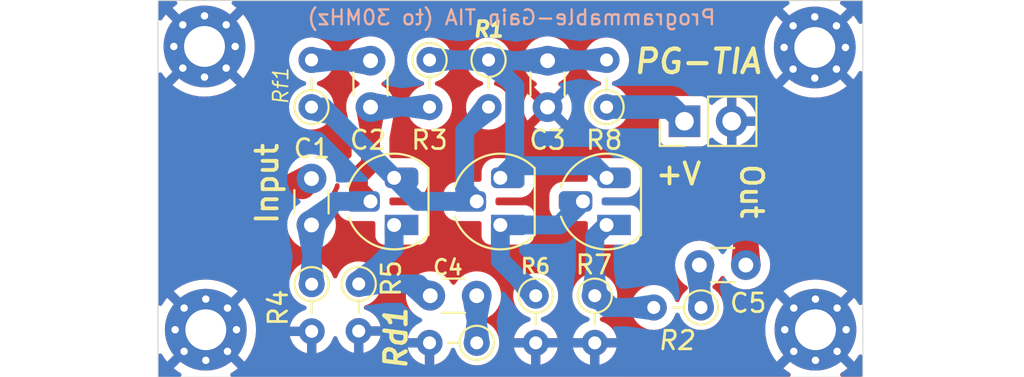
<source format=kicad_pcb>
(kicad_pcb (version 20221018) (generator pcbnew)
  (layers (0 "F.Cu" signal) (31 "B.Cu" signal) (34 "B.Paste" user) (35 "F.Paste" user) (36 "B.SilkS" user "B.Silkscreen") (37 "F.SilkS" user "F.Silkscreen") (38 "B.Mask" user) (39 "F.Mask" user) (44 "Edge.Cuts" user))
  (net 0 "")
  (net 1 "Net-(C2-Pad2)")
  (net 2 "Net-(Q1-B)")
  (net 3 "GND")
  (net 4 "Net-(C4-Pad1)")
  (net 5 "Net-(Q2-C)")
  (net 6 "Net-(C5-Pad2)")
  (net 7 "Net-(Q1-E)")
  (net 8 "Net-(J3-Pin_1)")
  (net 9 "Net-(Q1-C)")
  (net 10 "Net-(Q2-E)")
  (net 11 "Net-(Q3-E)")
  (net 12 "Net-(J1-In)")
  (net 13 "Net-(J2-In)")
  (footprint "footprints:SMA_EDGELAUNCH_Modded" (layer "F.Cu") (at 250.67945 49.818 180)
    (fp_text reference "J2" hide)
    (fp_text value "SMA")
    (pad "1" smd rect (at 2.032 0 270) (size 1.27 4.064) (layers "F.Cu" "F.Mask") (net 13 "Net-(J2-In)"))
    (pad "2" smd rect (at 2.032 -2.54 270) (size 1.524 4.064) (layers "F.Cu" "F.Mask") (net 3 "GND"))
    (pad "2" smd rect (at 2.032 2.54 270) (size 1.524 4.064) (layers "F.Cu" "F.Mask") (net 3 "GND"))
  )
  (footprint "footprints:SMA_EDGELAUNCH_Modded" (layer "F.Cu") (at 214.2 49.818)
    (fp_text reference "J1" hide)
    (fp_text value "Conn_Coaxial")
    (pad "1" smd rect (at 2.032 0 90) (size 1.27 4.064) (layers "F.Cu" "F.Mask") (net 12 "Net-(J1-In)"))
    (pad "2" smd rect (at 2.032 -2.54 90) (size 1.524 4.064) (layers "F.Cu" "F.Mask") (net 3 "GND"))
    (pad "2" smd rect (at 2.032 2.54 90) (size 1.524 4.064) (layers "F.Cu" "F.Mask") (net 3 "GND"))
  )
  (footprint "Package_TO_SOT_THT:TO-92_HandSolder" (layer "F.Cu") (at 231.81 51.85 90)
    (fp_text reference "Q2" hide)
    (fp_text value "2N3904" hide)
    (fp_line (start -0.53 1.85) (end 3.07 1.85) (stroke (width 0.12)) (layer "F.SilkS"))
    (fp_arc (start -0.541875 1.841741) (mid -1.247231 -0.581764) (end 0.45 -2.45) (stroke (width 0.12)) (layer "F.SilkS"))
    (fp_arc (start 2.05 -2.45) (mid 3.769931 -0.601036) (end 3.078445 1.827684) (stroke (width 0.12)) (layer "F.SilkS"))
    (pad "1" thru_hole rect (at 0 0 90) (size 1.1 1.8) (drill 0.75 (offset 0 0.4)) (layers "*.Cu" "*.Mask") (net 10 "Net-(Q2-E)"))
    (pad "2" thru_hole roundrect (at 1.27 -1.27 90) (size 1.1 1.8) (drill 0.75 (offset 0 -0.4)) (layers "*.Cu" "*.Mask") (net 9 "Net-(Q1-C)"))
    (pad "3" thru_hole roundrect (at 2.54 0 90) (size 1.1 1.8) (drill 0.75 (offset 0 0.4)) (layers "*.Cu" "*.Mask") (net 5 "Net-(Q2-C)"))
  )
  (footprint "Resistor_THT:R_Axial_DIN0204_L3.6mm_D1.6mm_P2.54mm_Vertical" (layer "F.Cu") (at 233.715 55.66 -90)
    (fp_text reference "R6" (at -1.58 0.015) (layer "F.SilkS") (effects (font (size 0.8 0.8))))
    (fp_text value "2.2K" hide)
    (fp_line (start 0.92 0) (end 1.54 0) (stroke (width 0.12)) (layer "F.SilkS"))
    (fp_circle (center 0 0) (end 0.92 0) (stroke (width 0.12)) (fill none) (layer "F.SilkS"))
    (pad "1" thru_hole circle (at 0 0 270) (size 1.4 1.4) (drill 0.7) (layers "*.Cu" "*.Mask") (net 10 "Net-(Q2-E)"))
    (pad "2" thru_hole oval (at 2.54 0 270) (size 1.4 1.4) (drill 0.7) (layers "*.Cu" "*.Mask") (net 3 "GND"))
  )
  (footprint "Resistor_THT:R_Axial_DIN0204_L3.6mm_D1.6mm_P2.54mm_Vertical" (layer "F.Cu") (at 236.89 55.66 -90)
    (fp_text reference "R7" (at -1.66 0.05) (layer "F.SilkS"))
    (fp_text value "470" hide)
    (fp_line (start 0.92 0) (end 1.54 0) (stroke (width 0.12)) (layer "F.SilkS"))
    (fp_circle (center 0 0) (end 0.92 0) (stroke (width 0.12)) (fill none) (layer "F.SilkS"))
    (pad "1" thru_hole circle (at 0 0 270) (size 1.4 1.4) (drill 0.7) (layers "*.Cu" "*.Mask") (net 11 "Net-(Q3-E)"))
    (pad "2" thru_hole oval (at 2.54 0 270) (size 1.4 1.4) (drill 0.7) (layers "*.Cu" "*.Mask") (net 3 "GND"))
  )
  (footprint "Capacitor_THT:C_Disc_D3.0mm_W1.6mm_P2.50mm" (layer "F.Cu") (at 224.825 45.5 90)
    (fp_text reference "C2" (at -1.778 -0.127) (layer "F.SilkS"))
    (fp_text value "0.10")
    (fp_line (start 0.621 -0.92) (end 1.879 -0.92) (stroke (width 0.12)) (layer "F.SilkS"))
    (fp_line (start 0.621 0.92) (end 1.879 0.92) (stroke (width 0.12)) (layer "F.SilkS"))
    (pad "1" thru_hole circle (at 0 0 90) (size 1.6 1.6) (drill 0.8) (layers "*.Cu" "*.Mask") (net 2 "Net-(Q1-B)"))
    (pad "2" thru_hole circle (at 2.5 0 90) (size 1.6 1.6) (drill 0.8) (layers "*.Cu" "*.Mask") (net 1 "Net-(C2-Pad2)"))
  )
  (footprint "Resistor_THT:R_Axial_DIN0204_L3.6mm_D1.6mm_P2.54mm_Vertical" (layer "F.Cu") (at 224.19 55.025 -90)
    (fp_text reference "R5" (at -0.295 -1.75 90) (layer "F.SilkS"))
    (fp_text value "180" hide)
    (fp_line (start 0.92 0) (end 1.54 0) (stroke (width 0.12)) (layer "F.SilkS"))
    (fp_circle (center 0 0) (end 0.92 0) (stroke (width 0.12)) (fill none) (layer "F.SilkS"))
    (pad "1" thru_hole circle (at 0 0 270) (size 1.4 1.4) (drill 0.7) (layers "*.Cu" "*.Mask") (net 7 "Net-(Q1-E)"))
    (pad "2" thru_hole oval (at 2.54 0 270) (size 1.4 1.4) (drill 0.7) (layers "*.Cu" "*.Mask") (net 3 "GND"))
  )
  (footprint "Resistor_THT:R_Axial_DIN0204_L3.6mm_D1.6mm_P2.54mm_Vertical" (layer "F.Cu") (at 231.175 42.96 -90)
    (fp_text reference "R1" (at -1.651 0) (layer "F.SilkS") (effects (font (size 0.8 0.8) (thickness 0.2) italic)))
    (fp_text value "330" hide)
    (fp_line (start 0.92 0) (end 1.54 0) (stroke (width 0.12)) (layer "F.SilkS"))
    (fp_circle (center 0 0) (end 0.92 0) (stroke (width 0.12)) (fill none) (layer "F.SilkS"))
    (pad "1" thru_hole circle (at 0 0 270) (size 1.4 1.4) (drill 0.7) (layers "*.Cu" "*.Mask") (net 5 "Net-(Q2-C)"))
    (pad "2" thru_hole oval (at 2.54 0 270) (size 1.4 1.4) (drill 0.7) (layers "*.Cu" "*.Mask") (net 9 "Net-(Q1-C)"))
  )
  (footprint "Capacitor_THT:C_Disc_D3.0mm_W1.6mm_P2.50mm" (layer "F.Cu") (at 230.54 55.66 180)
    (fp_text reference "C4" (at 1.554 1.524) (layer "F.SilkS") (effects (font (size 0.8 0.8))))
    (fp_text value "0.10" hide)
    (fp_line (start 0.621 -0.92) (end 1.879 -0.92) (stroke (width 0.12)) (layer "F.SilkS"))
    (fp_line (start 0.621 0.92) (end 1.879 0.92) (stroke (width 0.12)) (layer "F.SilkS"))
    (pad "1" thru_hole circle (at 0 0 180) (size 1.6 1.6) (drill 0.8) (layers "*.Cu" "*.Mask") (net 4 "Net-(C4-Pad1)"))
    (pad "2" thru_hole circle (at 2.5 0 180) (size 1.6 1.6) (drill 0.8) (layers "*.Cu" "*.Mask") (net 7 "Net-(Q1-E)"))
  )
  (footprint "Resistor_THT:R_Axial_DIN0204_L3.6mm_D1.6mm_P2.54mm_Vertical" (layer "F.Cu") (at 228 42.96 -90)
    (fp_text reference "R3" (at 4.318 0) (layer "F.SilkS"))
    (fp_text value "10K")
    (fp_line (start 0.92 0) (end 1.54 0) (stroke (width 0.12)) (layer "F.SilkS"))
    (fp_circle (center 0 0) (end 0.92 0) (stroke (width 0.12)) (fill none) (layer "F.SilkS"))
    (pad "1" thru_hole circle (at 0 0 270) (size 1.4 1.4) (drill 0.7) (layers "*.Cu" "*.Mask") (net 5 "Net-(Q2-C)"))
    (pad "2" thru_hole oval (at 2.54 0 270) (size 1.4 1.4) (drill 0.7) (layers "*.Cu" "*.Mask") (net 2 "Net-(Q1-B)"))
  )
  (footprint "Resistor_THT:R_Axial_DIN0204_L3.6mm_D1.6mm_P2.54mm_Vertical" (layer "F.Cu") (at 230.54 58.2 180)
    (fp_text reference "Rd1" (at 4.348 0.254 270) (layer "F.SilkS") (effects (font (size 1.143 1.143) (thickness 0.2286) italic)))
    (fp_text value "15" hide)
    (fp_line (start 0.92 0) (end 1.54 0) (stroke (width 0.12)) (layer "F.SilkS"))
    (fp_circle (center 0 0) (end 0.92 0) (stroke (width 0.12)) (fill none) (layer "F.SilkS"))
    (pad "1" thru_hole circle (at 0 0 180) (size 1.4 1.4) (drill 0.7) (layers "*.Cu" "*.Mask") (net 4 "Net-(C4-Pad1)"))
    (pad "2" thru_hole oval (at 2.54 0 180) (size 1.4 1.4) (drill 0.7) (layers "*.Cu" "*.Mask") (net 3 "GND"))
  )
  (footprint "Resistor_THT:R_Axial_DIN0204_L3.6mm_D1.6mm_P2.54mm_Vertical" (layer "F.Cu") (at 237.525 45.5 90)
    (fp_text reference "R8" (at -1.778 -0.127) (layer "F.SilkS"))
    (fp_text value "10" hide)
    (fp_line (start 0.92 0) (end 1.54 0) (stroke (width 0.12)) (layer "F.SilkS"))
    (fp_circle (center 0 0) (end 0.92 0) (stroke (width 0.12)) (fill none) (layer "F.SilkS"))
    (pad "1" thru_hole circle (at 0 0 90) (size 1.4 1.4) (drill 0.7) (layers "*.Cu" "*.Mask") (net 8 "Net-(J3-Pin_1)"))
    (pad "2" thru_hole oval (at 2.54 0 90) (size 1.4 1.4) (drill 0.7) (layers "*.Cu" "*.Mask") (net 5 "Net-(Q2-C)"))
  )
  (footprint "Package_TO_SOT_THT:TO-92_HandSolder" (layer "F.Cu") (at 226.095 51.85 90)
    (fp_text reference "Q1" hide)
    (fp_text value "2N3904" hide)
    (fp_line (start -0.53 1.85) (end 3.07 1.85) (stroke (width 0.12)) (layer "F.SilkS"))
    (fp_arc (start -0.541875 1.841741) (mid -1.247231 -0.581764) (end 0.45 -2.45) (stroke (width 0.12)) (layer "F.SilkS"))
    (fp_arc (start 2.05 -2.45) (mid 3.769931 -0.601036) (end 3.078445 1.827684) (stroke (width 0.12)) (layer "F.SilkS"))
    (pad "1" thru_hole rect (at 0 0 90) (size 1.1 1.8) (drill 0.75 (offset 0 0.4)) (layers "*.Cu" "*.Mask") (net 7 "Net-(Q1-E)"))
    (pad "2" thru_hole roundrect (at 1.27 -1.27 90) (size 1.1 1.8) (drill 0.75 (offset 0 -0.4)) (layers "*.Cu" "*.Mask") (net 2 "Net-(Q1-B)"))
    (pad "3" thru_hole roundrect (at 2.54 0 90) (size 1.1 1.8) (drill 0.75 (offset 0 0.4)) (layers "*.Cu" "*.Mask") (net 9 "Net-(Q1-C)"))
  )
  (footprint "Capacitor_THT:C_Disc_D3.0mm_W1.6mm_P2.50mm" (layer "F.Cu") (at 234.35 45.5 90)
    (fp_text reference "C3" (at -1.778 0) (layer "F.SilkS"))
    (fp_text value "0.10" hide)
    (fp_line (start 0.621 -0.92) (end 1.879 -0.92) (stroke (width 0.12)) (layer "F.SilkS"))
    (fp_line (start 0.621 0.92) (end 1.879 0.92) (stroke (width 0.12)) (layer "F.SilkS"))
    (pad "1" thru_hole circle (at 0 0 90) (size 1.6 1.6) (drill 0.8) (layers "*.Cu" "*.Mask") (net 3 "GND"))
    (pad "2" thru_hole circle (at 2.5 0 90) (size 1.6 1.6) (drill 0.8) (layers "*.Cu" "*.Mask") (net 5 "Net-(Q2-C)"))
  )
  (footprint "Package_TO_SOT_THT:TO-92_HandSolder" (layer "F.Cu") (at 237.525 51.85 90)
    (fp_text reference "Q3" hide)
    (fp_text value "2N3904" hide)
    (fp_line (start -0.53 1.85) (end 3.07 1.85) (stroke (width 0.12)) (layer "F.SilkS"))
    (fp_arc (start -0.541875 1.841741) (mid -1.247231 -0.581764) (end 0.45 -2.45) (stroke (width 0.12)) (layer "F.SilkS"))
    (fp_arc (start 2.05 -2.45) (mid 3.769931 -0.601036) (end 3.078445 1.827684) (stroke (width 0.12)) (layer "F.SilkS"))
    (pad "1" thru_hole rect (at 0 0 90) (size 1.1 1.8) (drill 0.75 (offset 0 0.4)) (layers "*.Cu" "*.Mask") (net 11 "Net-(Q3-E)"))
    (pad "2" thru_hole roundrect (at 1.27 -1.27 90) (size 1.1 1.8) (drill 0.75 (offset 0 -0.4)) (layers "*.Cu" "*.Mask") (net 10 "Net-(Q2-E)"))
    (pad "3" thru_hole roundrect (at 2.54 0 90) (size 1.1 1.8) (drill 0.75 (offset 0 0.4)) (layers "*.Cu" "*.Mask") (net 5 "Net-(Q2-C)"))
  )
  (footprint "Resistor_THT:R_Axial_DIN0204_L3.6mm_D1.6mm_P2.54mm_Vertical" (layer "F.Cu") (at 221.66 55.04 -90)
    (fp_text reference "R4" (at 1.27 1.808 90) (layer "F.SilkS"))
    (fp_text value "2.2K" hide)
    (fp_line (start 0.92 0) (end 1.54 0) (stroke (width 0.12)) (layer "F.SilkS"))
    (fp_circle (center 0 0) (end 0.92 0) (stroke (width 0.12)) (fill none) (layer "F.SilkS"))
    (pad "1" thru_hole circle (at 0 0 270) (size 1.4 1.4) (drill 0.7) (layers "*.Cu" "*.Mask") (net 2 "Net-(Q1-B)"))
    (pad "2" thru_hole oval (at 2.54 0 270) (size 1.4 1.4) (drill 0.7) (layers "*.Cu" "*.Mask") (net 3 "GND"))
  )
  (footprint "Resistor_THT:R_Axial_DIN0204_L3.6mm_D1.6mm_P2.54mm_Vertical" (layer "F.Cu") (at 242.605 56.295 180)
    (fp_text reference "R2" (at 1.315 -1.775) (layer "F.SilkS") (effects (font (size 0.9906 0.9906) (thickness 0.1524) italic)))
    (fp_text value "47" hide)
    (fp_line (start 0.92 0) (end 1.54 0) (stroke (width 0.12)) (layer "F.SilkS"))
    (fp_circle (center 0 0) (end 0.92 0) (stroke (width 0.12)) (fill none) (layer "F.SilkS"))
    (pad "1" thru_hole circle (at 0 0 180) (size 1.4 1.4) (drill 0.7) (layers "*.Cu" "*.Mask") (net 6 "Net-(C5-Pad2)"))
    (pad "2" thru_hole oval (at 2.54 0 180) (size 1.4 1.4) (drill 0.7) (layers "*.Cu" "*.Mask") (net 11 "Net-(Q3-E)"))
  )
  (footprint "Capacitor_THT:C_Disc_D3.0mm_W1.6mm_P2.50mm" (layer "F.Cu") (at 221.65 51.85 90)
    (fp_text reference "C1" (at 4.11 0.02) (layer "F.SilkS"))
    (fp_text value "0.10")
    (fp_line (start 0.621 -0.92) (end 1.879 -0.92) (stroke (width 0.12)) (layer "F.SilkS"))
    (fp_line (start 0.621 0.92) (end 1.879 0.92) (stroke (width 0.12)) (layer "F.SilkS"))
    (pad "1" thru_hole circle (at 0 0 90) (size 1.6 1.6) (drill 0.8) (layers "*.Cu" "*.Mask") (net 2 "Net-(Q1-B)"))
    (pad "2" thru_hole circle (at 2.5 0 90) (size 1.6 1.6) (drill 0.8) (layers "*.Cu" "*.Mask") (net 12 "Net-(J1-In)"))
  )
  (footprint "Capacitor_THT:C_Disc_D3.0mm_W1.6mm_P2.50mm" (layer "F.Cu") (at 245.018 54.009 180)
    (fp_text reference "C5" (at -0.127 -2.05) (layer "F.SilkS"))
    (fp_text value "0.10" hide)
    (fp_line (start 0.621 -0.92) (end 1.879 -0.92) (stroke (width 0.12)) (layer "F.SilkS"))
    (fp_line (start 0.621 0.92) (end 1.879 0.92) (stroke (width 0.12)) (layer "F.SilkS"))
    (pad "1" thru_hole circle (at 0 0 180) (size 1.6 1.6) (drill 0.8) (layers "*.Cu" "*.Mask") (net 13 "Net-(J2-In)"))
    (pad "2" thru_hole circle (at 2.5 0 180) (size 1.6 1.6) (drill 0.8) (layers "*.Cu" "*.Mask") (net 6 "Net-(C5-Pad2)"))
  )
  (footprint "Resistor_THT:R_Axial_DIN0204_L3.6mm_D1.6mm_P2.54mm_Vertical" (layer "F.Cu") (at 221.65 45.5 90)
    (fp_text reference "Rf1" (at 1.143 -1.651 270) (layer "F.SilkS") (effects (font (size 0.8 0.8) (thickness 0.1) italic)))
    (fp_text value "680" hide)
    (fp_line (start 0.92 0) (end 1.54 0) (stroke (width 0.12)) (layer "F.SilkS"))
    (fp_circle (center 0 0) (end 0.92 0) (stroke (width 0.12)) (fill none) (layer "F.SilkS"))
    (pad "1" thru_hole circle (at 0 0 90) (size 1.4 1.4) (drill 0.7) (layers "*.Cu" "*.Mask") (net 9 "Net-(Q1-C)"))
    (pad "2" thru_hole oval (at 2.54 0 90) (size 1.4 1.4) (drill 0.7) (layers "*.Cu" "*.Mask") (net 1 "Net-(C2-Pad2)"))
  )
  (footprint "Connector_PinHeader_2.54mm:PinHeader_1x02_P2.54mm_Vertical" (layer "F.Cu") (at 241.716 46.262 90)
    (fp_text reference "J3" hide)
    (fp_text value "Conn_01x02_Male" hide)
    (fp_line (start -1.33 -1.33) (end 0 -1.33) (stroke (width 0.12)) (layer "F.SilkS"))
    (fp_line (start -1.33 0) (end -1.33 -1.33) (stroke (width 0.12)) (layer "F.SilkS"))
    (fp_line (start -1.33 1.27) (end -1.33 3.87) (stroke (width 0.12)) (layer "F.SilkS"))
    (fp_line (start -1.33 1.27) (end 1.33 1.27) (stroke (width 0.12)) (layer "F.SilkS"))
    (fp_line (start -1.33 3.87) (end 1.33 3.87) (stroke (width 0.12)) (layer "F.SilkS"))
    (fp_line (start 1.33 1.27) (end 1.33 3.87) (stroke (width 0.12)) (layer "F.SilkS"))
    (pad "1" thru_hole rect (at 0 0 90) (size 1.7 1.7) (drill 1) (layers "*.Cu" "*.Mask") (net 8 "Net-(J3-Pin_1)"))
    (pad "2" thru_hole oval (at 0 2.54 90) (size 1.7 1.7) (drill 1) (layers "*.Cu" "*.Mask") (net 3 "GND"))
  )
  (footprint "MountingHole:MountingHole_2.2mm_M2_Pad_Via" (layer "F.Cu") (at 215.893274 42.233274)
    (fp_text reference "H1" hide)
    (fp_text value "MountingHole_Pad" hide)
    (pad "1" thru_hole circle (at -1.65 0) (size 0.7 0.7) (drill 0.4) (layers "*.Cu" "*.Mask") (net 3 "GND"))
    (pad "1" thru_hole circle (at -1.166726 -1.166726) (size 0.7 0.7) (drill 0.4) (layers "*.Cu" "*.Mask") (net 3 "GND"))
    (pad "1" thru_hole circle (at -1.166726 1.166726) (size 0.7 0.7) (drill 0.4) (layers "*.Cu" "*.Mask") (net 3 "GND"))
    (pad "1" thru_hole circle (at 0 -1.65) (size 0.7 0.7) (drill 0.4) (layers "*.Cu" "*.Mask") (net 3 "GND"))
    (pad "1" thru_hole circle (at 0 0) (size 4.4 4.4) (drill 2.2) (layers "*.Cu" "*.Mask") (net 3 "GND"))
    (pad "1" thru_hole circle (at 0 1.65) (size 0.7 0.7) (drill 0.4) (layers "*.Cu" "*.Mask") (net 3 "GND"))
    (pad "1" thru_hole circle (at 1.166726 -1.166726) (size 0.7 0.7) (drill 0.4) (layers "*.Cu" "*.Mask") (net 3 "GND"))
    (pad "1" thru_hole circle (at 1.166726 1.166726) (size 0.7 0.7) (drill 0.4) (layers "*.Cu" "*.Mask") (net 3 "GND"))
    (pad "1" thru_hole circle (at 1.65 0) (size 0.7 0.7) (drill 0.4) (layers "*.Cu" "*.Mask") (net 3 "GND"))
  )
  (footprint "MountingHole:MountingHole_2.2mm_M2_Pad_Via" (layer "F.Cu") (at 248.726726 42.286726)
    (fp_text reference "H2" hide)
    (fp_text value "MountingHole_Pad" hide)
    (pad "1" thru_hole circle (at -1.65 0) (size 0.7 0.7) (drill 0.4) (layers "*.Cu" "*.Mask") (net 3 "GND"))
    (pad "1" thru_hole circle (at -1.166726 -1.166726) (size 0.7 0.7) (drill 0.4) (layers "*.Cu" "*.Mask") (net 3 "GND"))
    (pad "1" thru_hole circle (at -1.166726 1.166726) (size 0.7 0.7) (drill 0.4) (layers "*.Cu" "*.Mask") (net 3 "GND"))
    (pad "1" thru_hole circle (at 0 -1.65) (size 0.7 0.7) (drill 0.4) (layers "*.Cu" "*.Mask") (net 3 "GND"))
    (pad "1" thru_hole circle (at 0 0) (size 4.4 4.4) (drill 2.2) (layers "*.Cu" "*.Mask") (net 3 "GND"))
    (pad "1" thru_hole circle (at 0 1.65) (size 0.7 0.7) (drill 0.4) (layers "*.Cu" "*.Mask") (net 3 "GND"))
    (pad "1" thru_hole circle (at 1.166726 -1.166726) (size 0.7 0.7) (drill 0.4) (layers "*.Cu" "*.Mask") (net 3 "GND"))
    (pad "1" thru_hole circle (at 1.166726 1.166726) (size 0.7 0.7) (drill 0.4) (layers "*.Cu" "*.Mask") (net 3 "GND"))
    (pad "1" thru_hole circle (at 1.65 0) (size 0.7 0.7) (drill 0.4) (layers "*.Cu" "*.Mask") (net 3 "GND"))
  )
  (footprint "MountingHole:MountingHole_2.2mm_M2_Pad_Via" (layer "F.Cu") (at 248.763274 57.493274)
    (fp_text reference "H4" hide)
    (fp_text value "MountingHole_Pad" hide)
    (pad "1" thru_hole circle (at -1.65 0) (size 0.7 0.7) (drill 0.4) (layers "*.Cu" "*.Mask") (net 3 "GND"))
    (pad "1" thru_hole circle (at -1.166726 -1.166726) (size 0.7 0.7) (drill 0.4) (layers "*.Cu" "*.Mask") (net 3 "GND"))
    (pad "1" thru_hole circle (at -1.166726 1.166726) (size 0.7 0.7) (drill 0.4) (layers "*.Cu" "*.Mask") (net 3 "GND"))
    (pad "1" thru_hole circle (at 0 -1.65) (size 0.7 0.7) (drill 0.4) (layers "*.Cu" "*.Mask") (net 3 "GND"))
    (pad "1" thru_hole circle (at 0 0) (size 4.4 4.4) (drill 2.2) (layers "*.Cu" "*.Mask") (net 3 "GND"))
    (pad "1" thru_hole circle (at 0 1.65) (size 0.7 0.7) (drill 0.4) (layers "*.Cu" "*.Mask") (net 3 "GND"))
    (pad "1" thru_hole circle (at 1.166726 -1.166726) (size 0.7 0.7) (drill 0.4) (layers "*.Cu" "*.Mask") (net 3 "GND"))
    (pad "1" thru_hole circle (at 1.166726 1.166726) (size 0.7 0.7) (drill 0.4) (layers "*.Cu" "*.Mask") (net 3 "GND"))
    (pad "1" thru_hole circle (at 1.65 0) (size 0.7 0.7) (drill 0.4) (layers "*.Cu" "*.Mask") (net 3 "GND"))
  )
  (footprint "MountingHole:MountingHole_2.2mm_M2_Pad_Via" (layer "F.Cu") (at 215.963274 57.493274)
    (fp_text reference "H3" hide)
    (fp_text value "MountingHole_Pad" hide)
    (pad "1" thru_hole circle (at -1.65 0) (size 0.7 0.7) (drill 0.4) (layers "*.Cu" "*.Mask") (net 3 "GND"))
    (pad "1" thru_hole circle (at -1.166726 -1.166726) (size 0.7 0.7) (drill 0.4) (layers "*.Cu" "*.Mask") (net 3 "GND"))
    (pad "1" thru_hole circle (at -1.166726 1.166726) (size 0.7 0.7) (drill 0.4) (layers "*.Cu" "*.Mask") (net 3 "GND"))
    (pad "1" thru_hole circle (at 0 -1.65) (size 0.7 0.7) (drill 0.4) (layers "*.Cu" "*.Mask") (net 3 "GND"))
    (pad "1" thru_hole circle (at 0 0) (size 4.4 4.4) (drill 2.2) (layers "*.Cu" "*.Mask") (net 3 "GND"))
    (pad "1" thru_hole circle (at 0 1.65) (size 0.7 0.7) (drill 0.4) (layers "*.Cu" "*.Mask") (net 3 "GND"))
    (pad "1" thru_hole circle (at 1.166726 -1.166726) (size 0.7 0.7) (drill 0.4) (layers "*.Cu" "*.Mask") (net 3 "GND"))
    (pad "1" thru_hole circle (at 1.166726 1.166726) (size 0.7 0.7) (drill 0.4) (layers "*.Cu" "*.Mask") (net 3 "GND"))
    (pad "1" thru_hole circle (at 1.65 0) (size 0.7 0.7) (drill 0.4) (layers "*.Cu" "*.Mask") (net 3 "GND"))
  )
  (gr_rect (start 213.39 39.76) (end 251.31 60.05) (stroke (width 0.05)) (fill none) (layer "Edge.Cuts"))
  (gr_text "Programmable-Gain TIA (to 30MHz)" (at 243.464 40.674) (layer "B.SilkS") (effects (font (size 0.8 0.8) (thickness 0.127)) (justify left mirror)))
  (gr_text "PG-TIA" (at 242.42 43.04) (layer "F.SilkS") (effects (font (size 1.27 1.27) (thickness 0.2286) italic)))
  (gr_text "+V" (at 241.4 49.1) (layer "F.SilkS") (effects (font (size 1.143 1.143) (thickness 0.2032))))
  (gr_text "Input" (at 219.26 49.62 90) (layer "F.SilkS") (effects (font (size 1.143 1.143) (thickness 0.2032))))
  (gr_text "Out\n" (at 245.33 50.04 270) (layer "F.SilkS") (effects (font (size 1.143 1.143) (thickness 0.2032))))
  (segment (start 224.825 43) (end 221.69 43) (width 1.016) (layer "B.Cu") (net 1))
  (segment (start 224.825 45.5) (end 224.825 48.570158) (width 1.016) (layer "F.Cu") (net 2))
  (segment (start 224.175001 49.220157) (end 224.175001 49.930001) (width 1.016) (layer "F.Cu") (net 2))
  (segment (start 224.825 48.570158) (end 224.175001 49.220157) (width 1.016) (layer "F.Cu") (net 2))
  (segment (start 224.175001 49.930001) (end 224.825 50.58) (width 1.016) (layer "F.Cu") (net 2))
  (segment (start 228 45.5) (end 224.825 45.5) (width 1.016) (layer "B.Cu") (net 2))
  (segment (start 222.92 50.58) (end 221.65 51.85) (width 1.016) (layer "B.Cu") (net 2))
  (segment (start 224.825 50.58) (end 222.92 50.58) (width 1.016) (layer "B.Cu") (net 2))
  (segment (start 221.66 55.04) (end 221.66 51.86) (width 1.016) (layer "B.Cu") (net 2))
  (segment (start 230.54 55.66) (end 230.54 58.2) (width 1.016) (layer "B.Cu") (net 4))
  (segment (start 232.459999 48.660001) (end 231.81 49.31) (width 1.016) (layer "B.Cu") (net 5))
  (segment (start 237.525 42.96) (end 234.39 42.96) (width 1.016) (layer "B.Cu") (net 5))
  (segment (start 232.583001 48.536999) (end 232.459999 48.660001) (width 1.016) (layer "B.Cu") (net 5))
  (segment (start 231.175 42.96) (end 228 42.96) (width 1.016) (layer "B.Cu") (net 5))
  (segment (start 234.35 43) (end 231.215 43) (width 1.016) (layer "B.Cu") (net 5))
  (segment (start 231.175 42.96) (end 232.583001 44.368001) (width 1.016) (layer "B.Cu") (net 5))
  (segment (start 232.583001 44.368001) (end 232.583001 48.536999) (width 1.016) (layer "B.Cu") (net 5))
  (segment (start 237.525 49.31) (end 236.875001 48.660001) (width 1.016) (layer "B.Cu") (net 5))
  (segment (start 236.875001 48.660001) (end 232.459999 48.660001) (width 1.016) (layer "B.Cu") (net 5))
  (segment (start 242.518 54.009) (end 242.518 56.208) (width 1.016) (layer "B.Cu") (net 6))
  (segment (start 227.405 55.025) (end 228.04 55.66) (width 1.016) (layer "B.Cu") (net 7))
  (segment (start 226.095 51.85) (end 226.095 53.12) (width 1.016) (layer "B.Cu") (net 7))
  (segment (start 226.095 53.12) (end 224.19 55.025) (width 1.016) (layer "B.Cu") (net 7))
  (segment (start 224.19 55.025) (end 227.405 55.025) (width 1.016) (layer "B.Cu") (net 7))
  (segment (start 237.525 45.5) (end 240.954 45.5) (width 1.27) (layer "B.Cu") (net 8))
  (segment (start 240.954 45.5) (end 241.716 46.262) (width 1.27) (layer "B.Cu") (net 8))
  (segment (start 222.285 45.5) (end 226.095 49.31) (width 1.016) (layer "B.Cu") (net 9))
  (segment (start 231.175 45.5) (end 229.890001 46.784999) (width 1.016) (layer "B.Cu") (net 9))
  (segment (start 221.65 45.5) (end 222.285 45.5) (width 1.016) (layer "B.Cu") (net 9))
  (segment (start 229.890001 46.784999) (end 229.890001 49.930001) (width 1.016) (layer "B.Cu") (net 9))
  (segment (start 229.890001 49.930001) (end 230.54 50.58) (width 1.016) (layer "B.Cu") (net 9))
  (segment (start 230.54 50.58) (end 227.365 50.58) (width 1.016) (layer "B.Cu") (net 9))
  (segment (start 227.365 50.58) (end 226.095 49.31) (width 1.016) (layer "B.Cu") (net 9))
  (segment (start 231.81 51.85) (end 234.985 51.85) (width 1.016) (layer "B.Cu") (net 10))
  (segment (start 234.985 51.85) (end 236.255 50.58) (width 1.016) (layer "B.Cu") (net 10))
  (segment (start 231.81 51.85) (end 231.81 53.755) (width 1.016) (layer "B.Cu") (net 10))
  (segment (start 231.81 53.755) (end 233.715 55.66) (width 1.016) (layer "B.Cu") (net 10))
  (segment (start 236.89 55.66) (end 236.89 52.485) (width 1.016) (layer "B.Cu") (net 11))
  (segment (start 236.89 52.485) (end 237.525 51.85) (width 1.016) (layer "B.Cu") (net 11))
  (segment (start 240.065 56.295) (end 237.525 56.295) (width 1.016) (layer "B.Cu") (net 11))
  (segment (start 237.525 56.295) (end 236.89 55.66) (width 1.016) (layer "B.Cu") (net 11))
  (segment (start 216.232 49.818) (end 221.182 49.818) (width 1.27) (layer "F.Cu") (net 12))
  (segment (start 221.182 49.818) (end 221.65 49.35) (width 1.27) (layer "F.Cu") (net 12))
  (segment (start 245.018 54.009) (end 245.018 50.55) (width 1.27) (layer "F.Cu") (net 13))
  (segment (start 245.018 50.55) (end 245.75 49.818) (width 1.27) (layer "F.Cu") (net 13))
  (segment (start 245.75 49.818) (end 248.64745 49.818) (width 1.27) (layer "F.Cu") (net 13))
  (zone (net 3) (net_name "GND") (layer "F.Cu") (connect_pads (clearance 0.508)) (min_thickness 0.25) (fill yes (thermal_gap 0.5) (thermal_bridge_width 0.5))
    (polygon (pts (xy 213.39 39.77) (xy 251.34 39.75) (xy 251.34 60.04) (xy 213.39 60.05)))
  )
  (zone (net 3) (net_name "GND") (layer "B.Cu") (priority 1) (connect_pads (clearance 0.508)) (min_thickness 0.25) (fill yes (thermal_gap 0.5) (thermal_bridge_width 0.5))
    (polygon (pts (xy 213.39 39.77) (xy 213.39 60.05) (xy 251.32 60.02) (xy 251.32 39.73)))
  )
)
</source>
